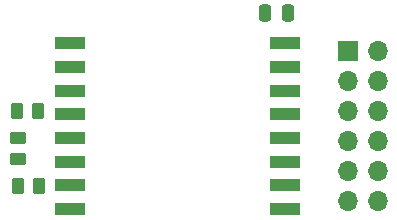
<source format=gbr>
%TF.GenerationSoftware,KiCad,Pcbnew,7.0.10*%
%TF.CreationDate,2024-01-17T19:36:25+01:00*%
%TF.ProjectId,RFM69HW_868,52464d36-3948-4575-9f38-36382e6b6963,rev?*%
%TF.SameCoordinates,Original*%
%TF.FileFunction,Soldermask,Top*%
%TF.FilePolarity,Negative*%
%FSLAX46Y46*%
G04 Gerber Fmt 4.6, Leading zero omitted, Abs format (unit mm)*
G04 Created by KiCad (PCBNEW 7.0.10) date 2024-01-17 19:36:25*
%MOMM*%
%LPD*%
G01*
G04 APERTURE LIST*
G04 Aperture macros list*
%AMRoundRect*
0 Rectangle with rounded corners*
0 $1 Rounding radius*
0 $2 $3 $4 $5 $6 $7 $8 $9 X,Y pos of 4 corners*
0 Add a 4 corners polygon primitive as box body*
4,1,4,$2,$3,$4,$5,$6,$7,$8,$9,$2,$3,0*
0 Add four circle primitives for the rounded corners*
1,1,$1+$1,$2,$3*
1,1,$1+$1,$4,$5*
1,1,$1+$1,$6,$7*
1,1,$1+$1,$8,$9*
0 Add four rect primitives between the rounded corners*
20,1,$1+$1,$2,$3,$4,$5,0*
20,1,$1+$1,$4,$5,$6,$7,0*
20,1,$1+$1,$6,$7,$8,$9,0*
20,1,$1+$1,$8,$9,$2,$3,0*%
G04 Aperture macros list end*
%ADD10R,1.700000X1.700000*%
%ADD11O,1.700000X1.700000*%
%ADD12RoundRect,0.250000X-0.262500X-0.450000X0.262500X-0.450000X0.262500X0.450000X-0.262500X0.450000X0*%
%ADD13RoundRect,0.250000X0.250000X0.475000X-0.250000X0.475000X-0.250000X-0.475000X0.250000X-0.475000X0*%
%ADD14RoundRect,0.250000X-0.450000X0.262500X-0.450000X-0.262500X0.450000X-0.262500X0.450000X0.262500X0*%
%ADD15R,2.500000X1.000000*%
G04 APERTURE END LIST*
D10*
%TO.C,J1*%
X149860000Y-43180000D03*
D11*
X152400000Y-43180000D03*
X149860000Y-45720000D03*
X152400000Y-45720000D03*
X149860000Y-48260000D03*
X152400000Y-48260000D03*
X149860000Y-50800000D03*
X152400000Y-50800000D03*
X149860000Y-53340000D03*
X152400000Y-53340000D03*
X149860000Y-55880000D03*
X152400000Y-55880000D03*
%TD*%
D12*
%TO.C,M3*%
X121920000Y-54610000D03*
X123745000Y-54610000D03*
%TD*%
D13*
%TO.C,C1*%
X144780000Y-40005000D03*
X142880000Y-40005000D03*
%TD*%
D12*
%TO.C,M1*%
X121832500Y-48260000D03*
X123657500Y-48260000D03*
%TD*%
D14*
%TO.C,M2*%
X121920000Y-50522500D03*
X121920000Y-52347500D03*
%TD*%
D15*
%TO.C,U1*%
X144565000Y-56545000D03*
X144565000Y-54545000D03*
X144565000Y-52545000D03*
X144565000Y-50545000D03*
X144565000Y-48545000D03*
X144565000Y-46545000D03*
X144565000Y-44545000D03*
X144565000Y-42545000D03*
X126365000Y-42545000D03*
X126365000Y-44545000D03*
X126365000Y-46545000D03*
X126365000Y-48545000D03*
X126365000Y-50545000D03*
X126365000Y-52545000D03*
X126365000Y-54545000D03*
X126365000Y-56545000D03*
%TD*%
M02*

</source>
